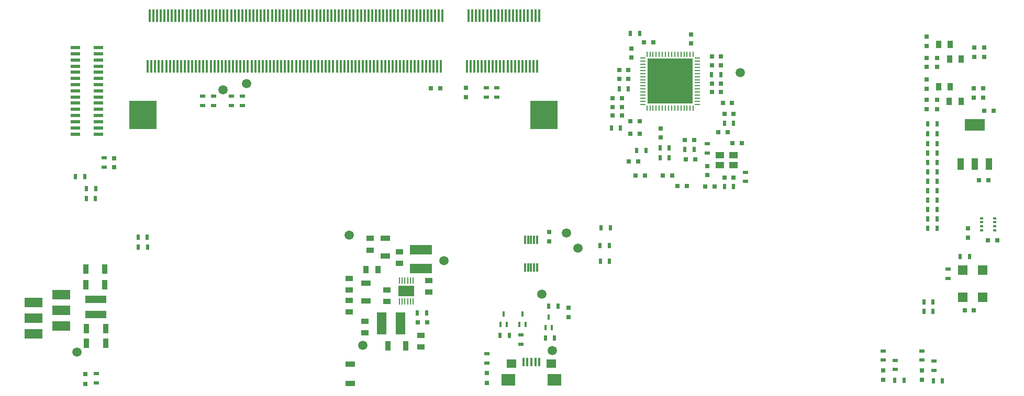
<source format=gtp>
G04 Layer_Color=8421504*
%FSAX25Y25*%
%MOIN*%
G70*
G01*
G75*
%ADD10R,0.03543X0.05118*%
%ADD11R,0.05118X0.03543*%
%ADD12R,0.03150X0.03150*%
%ADD13R,0.03150X0.03150*%
%ADD14R,0.03543X0.06299*%
%ADD15R,0.06299X0.03543*%
%ADD16R,0.06496X0.02362*%
%ADD17R,0.11811X0.05906*%
%ADD18R,0.01575X0.05512*%
%ADD19R,0.09055X0.07480*%
%ADD20R,0.06299X0.05512*%
%ADD23R,0.05906X0.14173*%
%ADD24R,0.14173X0.05906*%
%ADD25R,0.13386X0.04724*%
%ADD26R,0.05906X0.05906*%
%ADD27R,0.01575X0.03347*%
%ADD28R,0.02362X0.03543*%
%ADD29R,0.03543X0.02362*%
%ADD30C,0.05906*%
%ADD31R,0.03937X0.07284*%
%ADD32R,0.12598X0.07284*%
%ADD33R,0.01181X0.05315*%
%ADD34R,0.01969X0.01378*%
%ADD35R,0.05512X0.04331*%
%ADD36R,0.28740X0.28740*%
%ADD37R,0.00984X0.03740*%
%ADD38R,0.03740X0.00984*%
%ADD39R,0.00984X0.03937*%
%ADD40R,0.09843X0.06693*%
%ADD41R,0.17716X0.18110*%
%ADD42R,0.01378X0.07874*%
D10*
X0806008Y0186295D02*
D03*
X0813488D02*
D03*
X1177988Y0303045D02*
D03*
X1170508D02*
D03*
X1177988Y0330045D02*
D03*
X1170508D02*
D03*
X1184738Y0293795D02*
D03*
X1177258D02*
D03*
X1184988Y0320795D02*
D03*
X1177508D02*
D03*
D11*
X0805248Y0146055D02*
D03*
Y0153535D02*
D03*
X0840748Y0137055D02*
D03*
Y0144535D02*
D03*
X0827248Y0197785D02*
D03*
Y0190305D02*
D03*
X0845748Y0179535D02*
D03*
Y0172055D02*
D03*
X0819248Y0166055D02*
D03*
Y0173535D02*
D03*
X0808498Y0206285D02*
D03*
Y0198805D02*
D03*
X0795248Y0166785D02*
D03*
Y0159305D02*
D03*
Y0173305D02*
D03*
Y0180785D02*
D03*
D12*
X0838795Y0152545D02*
D03*
X0844701D02*
D03*
X0853201Y0302045D02*
D03*
X0847295D02*
D03*
X1202201Y0243295D02*
D03*
X1196295D02*
D03*
X1199545Y0287795D02*
D03*
X1205451D02*
D03*
X1187045Y0160295D02*
D03*
X1192951D02*
D03*
X1004295Y0239545D02*
D03*
X1010201D02*
D03*
X1027701Y0239295D02*
D03*
X1021795D02*
D03*
X0977545Y0246295D02*
D03*
X0983451D02*
D03*
X1000701D02*
D03*
X0994795D02*
D03*
X1039951Y0245045D02*
D03*
X1034045D02*
D03*
X1015451Y0256545D02*
D03*
X1009545D02*
D03*
X0979201Y0255295D02*
D03*
X0973295D02*
D03*
X0988701Y0331295D02*
D03*
X0982795D02*
D03*
X0972951Y0308045D02*
D03*
X0967045D02*
D03*
X0968701Y0295545D02*
D03*
X0962795D02*
D03*
X0980201Y0281045D02*
D03*
X0974295D02*
D03*
X0980201Y0273045D02*
D03*
X0974295D02*
D03*
X1026045Y0305045D02*
D03*
X1031951D02*
D03*
X1033045Y0292795D02*
D03*
X1038951D02*
D03*
X1026045Y0299545D02*
D03*
X1031951D02*
D03*
X1008795Y0269045D02*
D03*
X1014701D02*
D03*
X1039295Y0267045D02*
D03*
X1045201D02*
D03*
X1030295Y0274045D02*
D03*
X1036201D02*
D03*
X0968701Y0290045D02*
D03*
X0962795D02*
D03*
X1026045Y0316795D02*
D03*
X1031951D02*
D03*
X0972951Y0313545D02*
D03*
X0967045D02*
D03*
X1026045Y0322295D02*
D03*
X1031951D02*
D03*
X1207701Y0205045D02*
D03*
X1201795D02*
D03*
X1034045Y0285795D02*
D03*
X1039951D02*
D03*
X0968701Y0284545D02*
D03*
X0962795D02*
D03*
D13*
X0869498Y0302248D02*
D03*
Y0296342D02*
D03*
X0645498Y0251592D02*
D03*
Y0257498D02*
D03*
X0974998Y0327498D02*
D03*
Y0321592D02*
D03*
X1012998Y0330592D02*
D03*
Y0336498D02*
D03*
X0993498Y0276498D02*
D03*
Y0270592D02*
D03*
X1023248Y0252498D02*
D03*
Y0246592D02*
D03*
X0922498Y0204343D02*
D03*
Y0210248D02*
D03*
X0934748Y0156093D02*
D03*
Y0161998D02*
D03*
X1189248Y0212748D02*
D03*
Y0206842D02*
D03*
X1162998Y0301640D02*
D03*
Y0307545D02*
D03*
Y0329093D02*
D03*
Y0334998D02*
D03*
X1169498Y0294748D02*
D03*
Y0288843D02*
D03*
X1192748Y0296093D02*
D03*
Y0301998D02*
D03*
X1169498Y0321498D02*
D03*
Y0315593D02*
D03*
X1193248Y0322093D02*
D03*
Y0327998D02*
D03*
X1162998Y0294748D02*
D03*
Y0288843D02*
D03*
X1198998Y0296093D02*
D03*
Y0301998D02*
D03*
X1162998Y0321498D02*
D03*
Y0315593D02*
D03*
X1199498Y0322093D02*
D03*
Y0327998D02*
D03*
X0627248Y0113295D02*
D03*
Y0119595D02*
D03*
X0882748Y0114146D02*
D03*
Y0120445D02*
D03*
X1135248Y0115896D02*
D03*
Y0122195D02*
D03*
X1159998Y0115896D02*
D03*
Y0122195D02*
D03*
D14*
X0627896Y0139295D02*
D03*
X0640100D02*
D03*
X0627896Y0148545D02*
D03*
X0640100D02*
D03*
X0627396Y0176795D02*
D03*
X0639600D02*
D03*
X0627396Y0186545D02*
D03*
X0639600D02*
D03*
X0819789Y0137545D02*
D03*
X0831207D02*
D03*
D15*
X0795748Y0113693D02*
D03*
Y0125898D02*
D03*
X0805748Y0177754D02*
D03*
Y0166337D02*
D03*
X0818248Y0206504D02*
D03*
Y0195087D02*
D03*
D16*
X0635663Y0327980D02*
D03*
Y0324043D02*
D03*
Y0320106D02*
D03*
Y0316169D02*
D03*
Y0304358D02*
D03*
Y0300421D02*
D03*
Y0296484D02*
D03*
Y0292547D02*
D03*
Y0288610D02*
D03*
Y0284673D02*
D03*
Y0280736D02*
D03*
Y0276799D02*
D03*
Y0272862D02*
D03*
X0620998D02*
D03*
Y0276799D02*
D03*
Y0280736D02*
D03*
Y0284673D02*
D03*
Y0288610D02*
D03*
Y0292547D02*
D03*
Y0304358D02*
D03*
Y0316169D02*
D03*
Y0327980D02*
D03*
X0635663Y0312232D02*
D03*
Y0308295D02*
D03*
X0620998Y0300421D02*
D03*
Y0296484D02*
D03*
Y0312232D02*
D03*
Y0308295D02*
D03*
Y0324043D02*
D03*
Y0320106D02*
D03*
D17*
X0611998Y0160295D02*
D03*
Y0170295D02*
D03*
X0594281Y0145295D02*
D03*
Y0155295D02*
D03*
Y0165295D02*
D03*
X0611998Y0150295D02*
D03*
D18*
X0911213Y0127266D02*
D03*
X0906094D02*
D03*
X0913772D02*
D03*
X0916331D02*
D03*
X0908654D02*
D03*
D19*
X0925976Y0116045D02*
D03*
X0896449D02*
D03*
D20*
X0898614Y0126380D02*
D03*
X0923811D02*
D03*
D23*
X0827752Y0152045D02*
D03*
X0815744D02*
D03*
D24*
X0840998Y0187041D02*
D03*
Y0199049D02*
D03*
D25*
X0633748Y0157821D02*
D03*
Y0167270D02*
D03*
D26*
X1198547Y0168634D02*
D03*
X1185949D02*
D03*
Y0185957D02*
D03*
X1198547D02*
D03*
D27*
X0893498Y0158142D02*
D03*
X0895467Y0151449D02*
D03*
X0891529D02*
D03*
X0905498Y0158142D02*
D03*
X0907467Y0151449D02*
D03*
X0903529D02*
D03*
X0922248Y0156142D02*
D03*
X0924216Y0149449D02*
D03*
X0920280D02*
D03*
D28*
X0838545Y0158545D02*
D03*
X0844451D02*
D03*
X0897201Y0144295D02*
D03*
X0891295D02*
D03*
X0633653Y0231545D02*
D03*
X0627748D02*
D03*
X0633701Y0238045D02*
D03*
X0627795D02*
D03*
X1190201Y0194795D02*
D03*
X1184295D02*
D03*
X0620795Y0245795D02*
D03*
X0626701D02*
D03*
X1166951Y0159545D02*
D03*
X1161045D02*
D03*
X1166951Y0165545D02*
D03*
X1161045D02*
D03*
X0666653Y0207045D02*
D03*
X0660748D02*
D03*
X0660795Y0200545D02*
D03*
X0666701D02*
D03*
X0960951Y0191545D02*
D03*
X0955045D02*
D03*
X0960701Y0201545D02*
D03*
X0954795D02*
D03*
X0993045Y0264045D02*
D03*
X0998951D02*
D03*
X1014701Y0263045D02*
D03*
X1008795D02*
D03*
X0978295Y0262295D02*
D03*
X0984201D02*
D03*
X0998951Y0257795D02*
D03*
X0993045D02*
D03*
X1039951Y0239295D02*
D03*
X1034045D02*
D03*
X0972998Y0301795D02*
D03*
X0967093D02*
D03*
X0955545Y0213045D02*
D03*
X0961451D02*
D03*
X0962045Y0276545D02*
D03*
X0967951D02*
D03*
X0980201Y0337045D02*
D03*
X0974295D02*
D03*
X1039951Y0279795D02*
D03*
X1034045D02*
D03*
X1025795Y0310795D02*
D03*
X1031701D02*
D03*
X0928201Y0163045D02*
D03*
X0922295D02*
D03*
X0925951Y0142545D02*
D03*
X0920045D02*
D03*
X1163545Y0260795D02*
D03*
X1169451D02*
D03*
X1163545Y0230795D02*
D03*
X1169451D02*
D03*
X1142545Y0115545D02*
D03*
X1148451D02*
D03*
X1163545Y0266795D02*
D03*
X1169451D02*
D03*
X1167045Y0115295D02*
D03*
X1172951D02*
D03*
X1163545Y0224795D02*
D03*
X1169451D02*
D03*
X1163545Y0279295D02*
D03*
X1169451D02*
D03*
X1169451Y0212795D02*
D03*
X1163545D02*
D03*
X1163545Y0218795D02*
D03*
X1169451D02*
D03*
X1169451Y0273045D02*
D03*
X1163545D02*
D03*
X1163545Y0236795D02*
D03*
X1169451D02*
D03*
X1163545Y0242795D02*
D03*
X1169451D02*
D03*
X1163545Y0254651D02*
D03*
X1169451D02*
D03*
X1163545Y0248545D02*
D03*
X1169451D02*
D03*
D29*
X0882392Y0296449D02*
D03*
Y0302354D02*
D03*
X0889179Y0296449D02*
D03*
Y0302354D02*
D03*
X0634248Y0119998D02*
D03*
Y0114093D02*
D03*
X0882748Y0126795D02*
D03*
Y0132701D02*
D03*
X0904498Y0144748D02*
D03*
Y0138842D02*
D03*
X0639248Y0257748D02*
D03*
Y0251842D02*
D03*
X0708748Y0291092D02*
D03*
Y0296998D02*
D03*
X0701748Y0291092D02*
D03*
Y0296998D02*
D03*
X0720248D02*
D03*
Y0291092D02*
D03*
X0727248Y0296998D02*
D03*
Y0291092D02*
D03*
X1176498Y0180795D02*
D03*
Y0186701D02*
D03*
X1047498Y0248498D02*
D03*
Y0242593D02*
D03*
X1023248Y0260842D02*
D03*
Y0266748D02*
D03*
X1135248Y0134498D02*
D03*
Y0128593D02*
D03*
X1159998Y0134498D02*
D03*
Y0128593D02*
D03*
X1142748Y0122592D02*
D03*
Y0128498D02*
D03*
X1167498Y0122092D02*
D03*
Y0127998D02*
D03*
D30*
X0803998Y0138045D02*
D03*
X0855498Y0192045D02*
D03*
X0621748Y0133795D02*
D03*
X0714748Y0301045D02*
D03*
X0729998Y0305045D02*
D03*
X0795248Y0208295D02*
D03*
X0933498Y0209795D02*
D03*
X0940748Y0200045D02*
D03*
X1044248Y0312045D02*
D03*
X0924498Y0134795D02*
D03*
X0917748Y0170545D02*
D03*
D31*
X1184443Y0253545D02*
D03*
X1193498D02*
D03*
X1202553D02*
D03*
D32*
X1193498Y0278545D02*
D03*
D33*
X0909029Y0187785D02*
D03*
X0910998D02*
D03*
X0912967D02*
D03*
X0914935D02*
D03*
X0907061Y0205305D02*
D03*
X0912967D02*
D03*
X0914935D02*
D03*
X0910998D02*
D03*
X0909029D02*
D03*
X0907061Y0187785D02*
D03*
D34*
X1206033Y0214016D02*
D03*
Y0216575D02*
D03*
Y0219134D02*
D03*
X1197963D02*
D03*
Y0216575D02*
D03*
Y0214016D02*
D03*
Y0211457D02*
D03*
X1206033D02*
D03*
D35*
X1031167Y0253146D02*
D03*
X1039829Y0259445D02*
D03*
Y0253146D02*
D03*
X1031167Y0259445D02*
D03*
D36*
X0999498Y0306545D02*
D03*
D37*
X1014262Y0289321D02*
D03*
X1012293D02*
D03*
X1010325D02*
D03*
X1008356D02*
D03*
X1006388D02*
D03*
X1004419D02*
D03*
X1002451D02*
D03*
X1000482D02*
D03*
X0998514D02*
D03*
X0996545D02*
D03*
X0994577D02*
D03*
X0992608D02*
D03*
X0990640D02*
D03*
X0988671D02*
D03*
X0986703D02*
D03*
X0984734D02*
D03*
Y0323770D02*
D03*
X0986703D02*
D03*
X0988671D02*
D03*
X0990640D02*
D03*
X0992608D02*
D03*
X0994577D02*
D03*
X0996545D02*
D03*
X0998514D02*
D03*
X1000482D02*
D03*
X1002451D02*
D03*
X1004419D02*
D03*
X1006388D02*
D03*
X1008356D02*
D03*
X1010325D02*
D03*
X1012293D02*
D03*
X1014262D02*
D03*
D38*
X0982274Y0291781D02*
D03*
Y0293750D02*
D03*
Y0295719D02*
D03*
Y0297687D02*
D03*
Y0299656D02*
D03*
Y0301624D02*
D03*
Y0303592D02*
D03*
Y0305561D02*
D03*
Y0307529D02*
D03*
Y0309498D02*
D03*
Y0311467D02*
D03*
Y0313435D02*
D03*
Y0315404D02*
D03*
Y0317372D02*
D03*
Y0319340D02*
D03*
Y0321309D02*
D03*
X1016722D02*
D03*
Y0319340D02*
D03*
Y0317372D02*
D03*
Y0315404D02*
D03*
Y0313435D02*
D03*
Y0311467D02*
D03*
Y0309498D02*
D03*
Y0307529D02*
D03*
Y0305561D02*
D03*
Y0303592D02*
D03*
Y0301624D02*
D03*
Y0299656D02*
D03*
Y0297687D02*
D03*
Y0295719D02*
D03*
Y0293750D02*
D03*
Y0291781D02*
D03*
D39*
X0835927Y0179488D02*
D03*
X0834155D02*
D03*
X0832384D02*
D03*
X0830612D02*
D03*
X0827069D02*
D03*
Y0166102D02*
D03*
X0828841Y0179488D02*
D03*
Y0166102D02*
D03*
X0830612D02*
D03*
X0832384D02*
D03*
X0834155D02*
D03*
X0835927D02*
D03*
D40*
X0831498Y0172795D02*
D03*
D41*
X0919250Y0284943D02*
D03*
X0663738D02*
D03*
D42*
X0916100Y0348329D02*
D03*
X0913738D02*
D03*
X0911376D02*
D03*
X0909014D02*
D03*
X0906651D02*
D03*
X0904289D02*
D03*
X0901927D02*
D03*
X0899565D02*
D03*
X0897203D02*
D03*
X0894841D02*
D03*
X0892478D02*
D03*
X0890116D02*
D03*
X0887754D02*
D03*
X0885392D02*
D03*
X0883029D02*
D03*
X0880667D02*
D03*
X0878305D02*
D03*
X0875943D02*
D03*
X0873581D02*
D03*
X0871218D02*
D03*
X0914919Y0316045D02*
D03*
X0912557D02*
D03*
X0910195D02*
D03*
X0907833D02*
D03*
X0905470D02*
D03*
X0903108D02*
D03*
X0900746D02*
D03*
X0898384D02*
D03*
X0896022D02*
D03*
X0893659D02*
D03*
X0891297D02*
D03*
X0888935D02*
D03*
X0886573D02*
D03*
X0884211D02*
D03*
X0881848D02*
D03*
X0879486D02*
D03*
X0877124D02*
D03*
X0874762D02*
D03*
X0872400D02*
D03*
X0870037D02*
D03*
X0854683Y0348329D02*
D03*
X0852321D02*
D03*
X0849959D02*
D03*
X0847596D02*
D03*
X0845234D02*
D03*
X0842872D02*
D03*
X0840510D02*
D03*
X0838148D02*
D03*
X0835785D02*
D03*
X0833423D02*
D03*
X0831061D02*
D03*
X0828699D02*
D03*
X0826337D02*
D03*
X0823974D02*
D03*
X0821612D02*
D03*
X0819250D02*
D03*
X0816888D02*
D03*
X0814526D02*
D03*
X0812163D02*
D03*
X0809801D02*
D03*
X0807439D02*
D03*
X0805077D02*
D03*
X0802715D02*
D03*
X0800352D02*
D03*
X0797990D02*
D03*
X0795628D02*
D03*
X0793266D02*
D03*
X0790904D02*
D03*
X0788541D02*
D03*
X0786179D02*
D03*
X0783817D02*
D03*
X0781455D02*
D03*
X0779093D02*
D03*
X0776730D02*
D03*
X0774368D02*
D03*
X0772006D02*
D03*
X0769644D02*
D03*
X0767281D02*
D03*
X0764919D02*
D03*
X0762557D02*
D03*
X0760195D02*
D03*
X0757833D02*
D03*
X0755470D02*
D03*
X0753108D02*
D03*
X0750746D02*
D03*
X0748384D02*
D03*
X0746022D02*
D03*
X0743659D02*
D03*
X0741297D02*
D03*
X0738935D02*
D03*
X0736573D02*
D03*
X0734211D02*
D03*
X0731848D02*
D03*
X0724762D02*
D03*
X0722400D02*
D03*
X0720037D02*
D03*
X0717675D02*
D03*
X0710589D02*
D03*
X0703502D02*
D03*
X0701140D02*
D03*
X0698777D02*
D03*
X0696415D02*
D03*
X0694053D02*
D03*
X0691691D02*
D03*
X0689329D02*
D03*
X0686967D02*
D03*
X0684604D02*
D03*
X0682242D02*
D03*
X0679880D02*
D03*
X0677518D02*
D03*
X0675155D02*
D03*
X0672793D02*
D03*
X0670431D02*
D03*
X0668069D02*
D03*
X0853502Y0316045D02*
D03*
X0851140D02*
D03*
X0848777D02*
D03*
X0846415D02*
D03*
X0844053D02*
D03*
X0841691D02*
D03*
X0839329D02*
D03*
X0836967D02*
D03*
X0834604D02*
D03*
X0832242D02*
D03*
X0829880D02*
D03*
X0827518D02*
D03*
X0825156D02*
D03*
X0822793D02*
D03*
X0820431D02*
D03*
X0818069D02*
D03*
X0815707D02*
D03*
X0813344D02*
D03*
X0810982D02*
D03*
X0808620D02*
D03*
X0806258D02*
D03*
X0803896D02*
D03*
X0801533D02*
D03*
X0799171D02*
D03*
X0796809D02*
D03*
X0794447D02*
D03*
X0792085D02*
D03*
X0789722D02*
D03*
X0787360D02*
D03*
X0784998D02*
D03*
X0782636D02*
D03*
X0780274D02*
D03*
X0777911D02*
D03*
X0775549D02*
D03*
X0773187D02*
D03*
X0770825D02*
D03*
X0768463D02*
D03*
X0766100D02*
D03*
X0763738D02*
D03*
X0761376D02*
D03*
X0759014D02*
D03*
X0756652D02*
D03*
X0754289D02*
D03*
X0751927D02*
D03*
X0749565D02*
D03*
X0747203D02*
D03*
X0744840D02*
D03*
X0742478D02*
D03*
X0740116D02*
D03*
X0737754D02*
D03*
X0735392D02*
D03*
X0733030D02*
D03*
X0730667D02*
D03*
X0728305D02*
D03*
X0725943D02*
D03*
X0723581D02*
D03*
X0721218D02*
D03*
X0718856D02*
D03*
X0716494D02*
D03*
X0714132D02*
D03*
X0711770D02*
D03*
X0709407D02*
D03*
X0707045D02*
D03*
X0704683D02*
D03*
X0702321D02*
D03*
X0699959D02*
D03*
X0697596D02*
D03*
X0695234D02*
D03*
X0692872D02*
D03*
X0690510D02*
D03*
X0688148D02*
D03*
X0685785D02*
D03*
X0683423D02*
D03*
X0681061D02*
D03*
X0678699D02*
D03*
X0676337D02*
D03*
X0673974D02*
D03*
X0671612D02*
D03*
X0669250D02*
D03*
X0666888D02*
D03*
X0729486Y0348329D02*
D03*
X0727124D02*
D03*
X0715313D02*
D03*
X0712951D02*
D03*
X0708226D02*
D03*
X0705864D02*
D03*
M02*

</source>
